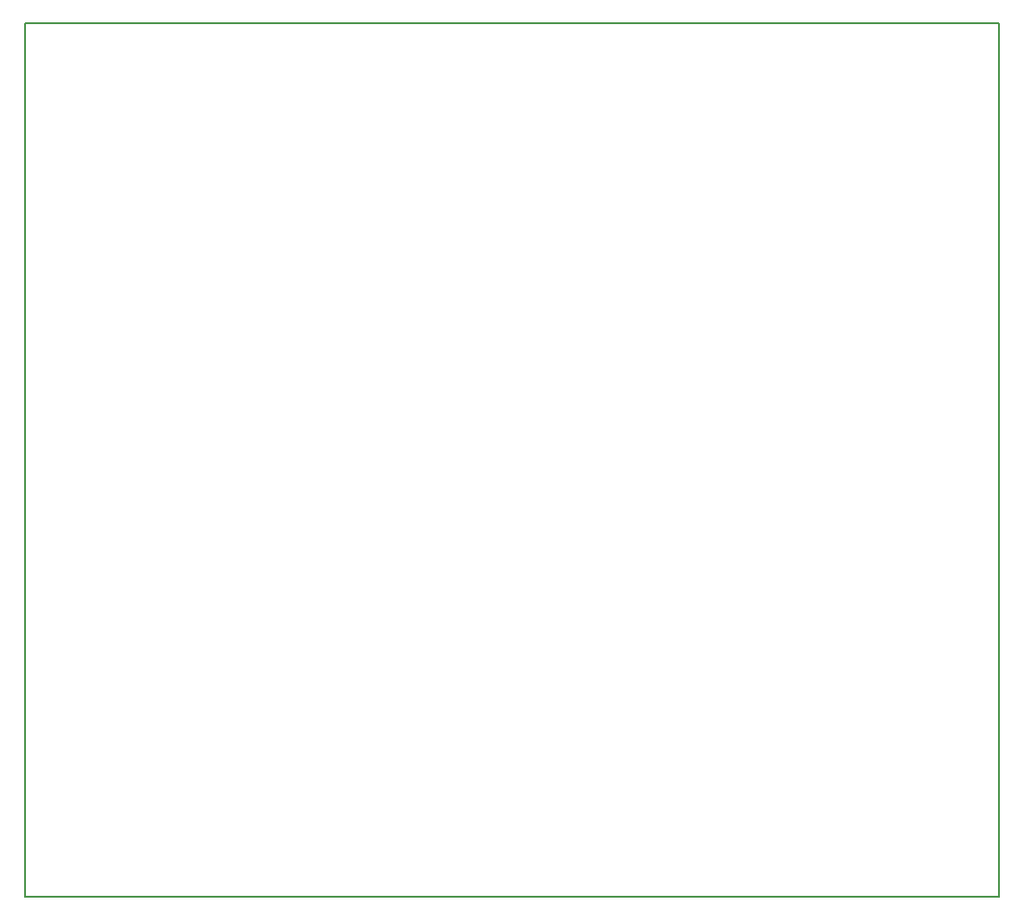
<source format=gbr>
G04 #@! TF.FileFunction,Profile,NP*
%FSLAX46Y46*%
G04 Gerber Fmt 4.6, Leading zero omitted, Abs format (unit mm)*
G04 Created by KiCad (PCBNEW 4.0.6-e0-6349~53~ubuntu14.04.1) date Thu Jun  8 11:25:29 2017*
%MOMM*%
%LPD*%
G01*
G04 APERTURE LIST*
%ADD10C,0.100000*%
%ADD11C,0.150000*%
G04 APERTURE END LIST*
D10*
D11*
X162814000Y-55880000D02*
X162814000Y-135636000D01*
X73914000Y-55880000D02*
X162814000Y-55880000D01*
X73914000Y-135636000D02*
X73914000Y-55880000D01*
X162814000Y-135636000D02*
X73914000Y-135636000D01*
M02*

</source>
